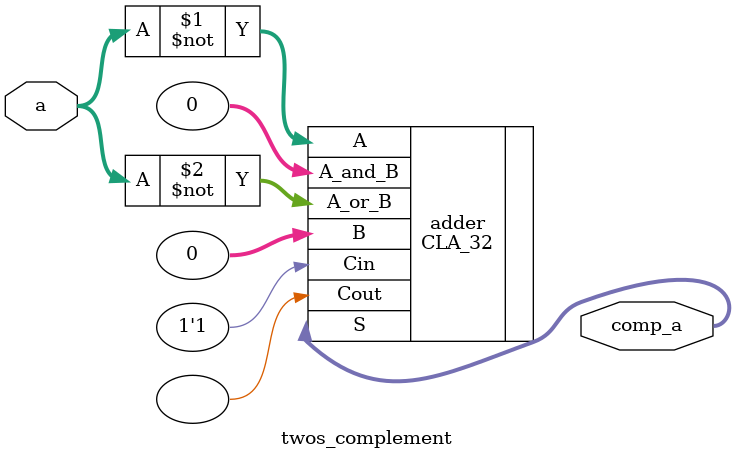
<source format=v>
module twos_complement(
    input [31:0] a,
    output [31:0] comp_a
);
    
    CLA_32 adder(
        .A(~a), 
        .B(32'd0), 
        .Cin(1'b1),
        .A_and_B(32'd0), 
        .A_or_B(~a),
        .Cout(), 
        .S(comp_a)
    );

endmodule
</source>
